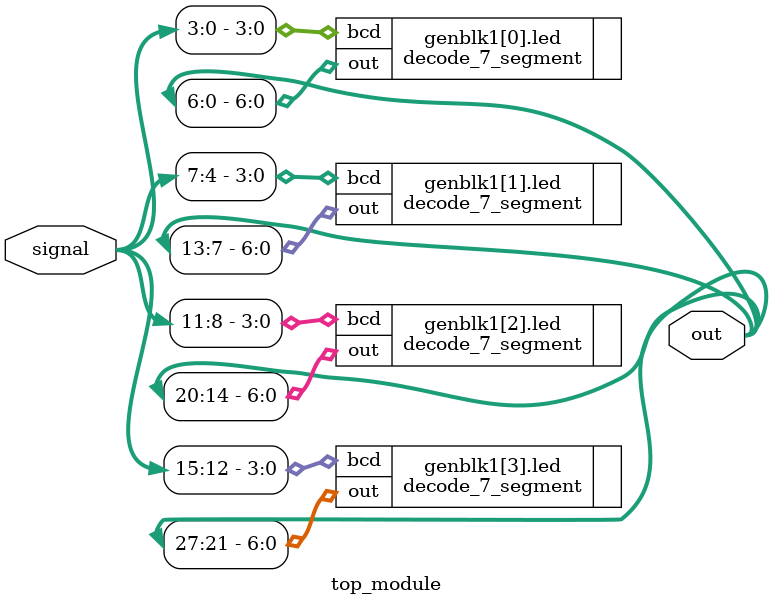
<source format=v>
`include "lab1/7_segments.v"
module top_module (
    input  [15:0] signal,
    output [27:0] out
);
  localparam N = 4;
  // Instantiate
  genvar i;
  generate
    for (i = 0; i < N; i = i + 1) begin
      decode_7_segment led (
          .bcd(signal[4*i+:4]),
          .out(out[7*i+:7])
      );
    end
  endgenerate

endmodule

</source>
